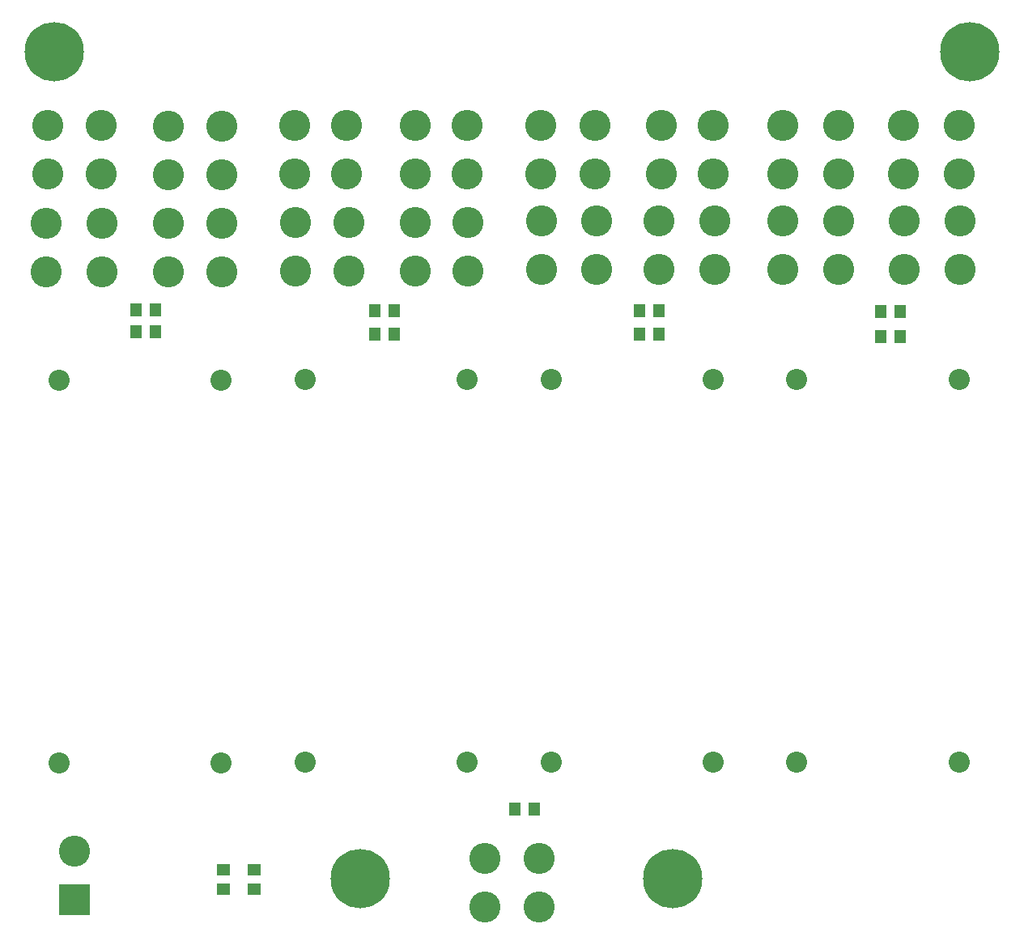
<source format=gbs>
G04 Layer_Color=16711935*
%FSLAX24Y24*%
%MOIN*%
G70*
G01*
G75*
%ADD22C,0.1280*%
%ADD23C,0.0867*%
%ADD24C,0.2442*%
%ADD25R,0.1280X0.1280*%
%ADD26R,0.0480X0.0580*%
%ADD27R,0.0580X0.0480*%
G54D22*
X-9606Y37433D02*
D03*
Y35433D02*
D03*
X-7306D02*
D03*
Y37433D02*
D03*
X-29724Y41370D02*
D03*
Y39370D02*
D03*
X-27598Y41370D02*
D03*
Y39370D02*
D03*
X-9646Y41370D02*
D03*
Y39370D02*
D03*
X-7346D02*
D03*
Y41370D02*
D03*
X-29724Y37394D02*
D03*
Y35394D02*
D03*
X-27559Y37394D02*
D03*
Y35394D02*
D03*
X-12283Y35441D02*
D03*
Y37441D02*
D03*
X-14583D02*
D03*
Y35441D02*
D03*
X-32480Y37394D02*
D03*
Y35394D02*
D03*
X-34680Y37394D02*
D03*
Y35394D02*
D03*
X-12283Y39378D02*
D03*
Y41378D02*
D03*
X-14583D02*
D03*
Y39378D02*
D03*
X-32559Y41370D02*
D03*
Y39370D02*
D03*
X-34685Y41370D02*
D03*
Y39370D02*
D03*
X-19685Y37433D02*
D03*
Y35433D02*
D03*
X-17402Y35441D02*
D03*
Y37441D02*
D03*
X-19606Y41370D02*
D03*
Y39370D02*
D03*
X-17480Y41370D02*
D03*
Y39370D02*
D03*
X-22267Y35433D02*
D03*
Y37433D02*
D03*
X-24528Y37433D02*
D03*
Y35433D02*
D03*
X-22323Y39378D02*
D03*
Y41378D02*
D03*
X-24567Y41370D02*
D03*
Y39370D02*
D03*
X-24646Y9181D02*
D03*
Y11181D02*
D03*
X-26850D02*
D03*
Y9181D02*
D03*
X-39882Y41331D02*
D03*
Y39331D02*
D03*
X-37682Y41331D02*
D03*
Y39331D02*
D03*
X-42668Y41370D02*
D03*
Y39370D02*
D03*
X-44868Y41370D02*
D03*
Y39370D02*
D03*
X-39882Y37354D02*
D03*
Y35354D02*
D03*
X-37682Y37354D02*
D03*
Y35354D02*
D03*
X-42646Y35362D02*
D03*
Y37362D02*
D03*
X-44946Y37354D02*
D03*
Y35354D02*
D03*
X-43780Y11488D02*
D03*
G54D23*
X-37717Y15118D02*
D03*
X-44409D02*
D03*
X-37717Y30866D02*
D03*
X-44409D02*
D03*
X-27585Y15157D02*
D03*
X-34278D02*
D03*
X-27585Y30906D02*
D03*
X-34278D02*
D03*
X-7323Y15157D02*
D03*
X-14016D02*
D03*
X-7323Y30906D02*
D03*
X-14016D02*
D03*
X-17454Y15157D02*
D03*
X-24147D02*
D03*
X-17454Y30906D02*
D03*
X-24147D02*
D03*
G54D24*
X-44606Y44409D02*
D03*
X-6890Y44409D02*
D03*
X-32008Y10354D02*
D03*
X-19134D02*
D03*
G54D25*
X-43780Y9488D02*
D03*
G54D26*
X-31391Y32795D02*
D03*
X-30591D02*
D03*
X-24843Y13228D02*
D03*
X-25643D02*
D03*
X-41220Y33780D02*
D03*
X-40420D02*
D03*
X-41233Y32874D02*
D03*
X-40433D02*
D03*
X-31391Y33740D02*
D03*
X-30591D02*
D03*
X-20512D02*
D03*
X-19712D02*
D03*
X-20485Y32795D02*
D03*
X-19685D02*
D03*
X-10551Y33701D02*
D03*
X-9751D02*
D03*
X-10564Y32677D02*
D03*
X-9764D02*
D03*
G54D27*
X-36378Y10721D02*
D03*
Y9921D02*
D03*
X-37638Y10709D02*
D03*
Y9909D02*
D03*
M02*

</source>
